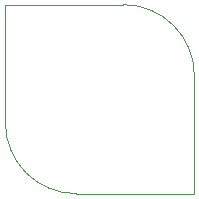
<source format=gm1>
G04 #@! TF.FileFunction,Profile,NP*
%FSLAX46Y46*%
G04 Gerber Fmt 4.6, Leading zero omitted, Abs format (unit mm)*
G04 Created by KiCad (PCBNEW (2015-08-15 BZR 6092)-product) date 3/20/2016 7:48:22 PM*
%MOMM*%
G01*
G04 APERTURE LIST*
%ADD10C,0.100000*%
G04 APERTURE END LIST*
D10*
X218820000Y-100250000D02*
X218820000Y-93250000D01*
X202820000Y-87250000D02*
X212820000Y-87250000D01*
X218820000Y-93250000D02*
G75*
G03X212820000Y-87250000I-6000000J0D01*
G01*
X218820000Y-100250000D02*
X218820000Y-103250000D01*
X202820000Y-87250000D02*
X202820000Y-97250000D01*
X218820000Y-103250000D02*
X208820000Y-103250000D01*
X202820000Y-97250000D02*
G75*
G03X208820000Y-103250000I6000000J0D01*
G01*
M02*

</source>
